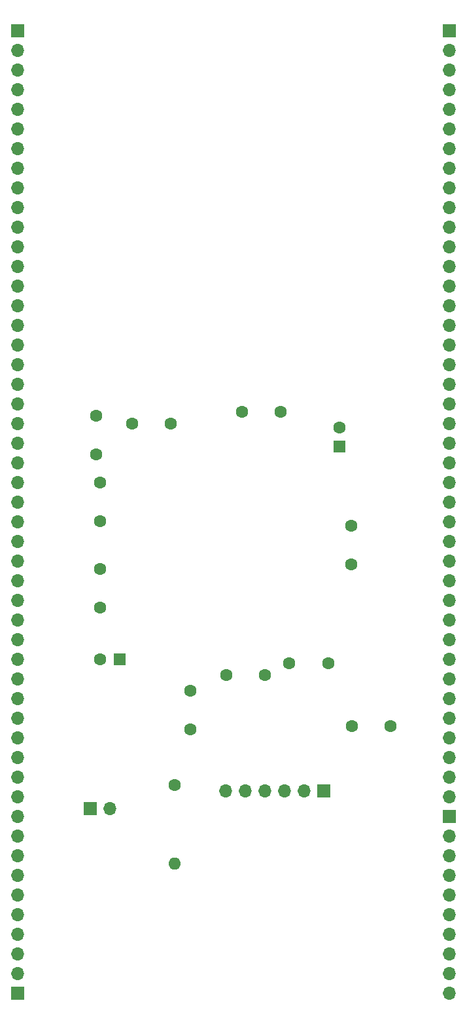
<source format=gbr>
%TF.GenerationSoftware,KiCad,Pcbnew,6.0.11-2627ca5db0~126~ubuntu22.04.1*%
%TF.CreationDate,2023-04-21T14:54:41-05:00*%
%TF.ProjectId,xc2c128_breakout,78633263-3132-4385-9f62-7265616b6f75,rev?*%
%TF.SameCoordinates,Original*%
%TF.FileFunction,Soldermask,Bot*%
%TF.FilePolarity,Negative*%
%FSLAX46Y46*%
G04 Gerber Fmt 4.6, Leading zero omitted, Abs format (unit mm)*
G04 Created by KiCad (PCBNEW 6.0.11-2627ca5db0~126~ubuntu22.04.1) date 2023-04-21 14:54:41*
%MOMM*%
%LPD*%
G01*
G04 APERTURE LIST*
%ADD10C,1.600000*%
%ADD11R,1.700000X1.700000*%
%ADD12O,1.700000X1.700000*%
%ADD13O,1.600000X1.600000*%
%ADD14R,1.600000X1.600000*%
G04 APERTURE END LIST*
D10*
%TO.C,C7*%
X67056000Y-110276000D03*
X67056000Y-115276000D03*
%TD*%
%TO.C,C8*%
X76668000Y-111252000D03*
X71668000Y-111252000D03*
%TD*%
%TO.C,C11*%
X105116000Y-150368000D03*
X100116000Y-150368000D03*
%TD*%
%TO.C,C4*%
X67564000Y-130088000D03*
X67564000Y-135088000D03*
%TD*%
%TO.C,C5*%
X100076000Y-124500000D03*
X100076000Y-129500000D03*
%TD*%
%TO.C,C2*%
X79248000Y-145836000D03*
X79248000Y-150836000D03*
%TD*%
D11*
%TO.C,J3*%
X96520000Y-158750000D03*
D12*
X93980000Y-158750000D03*
X91440000Y-158750000D03*
X88900000Y-158750000D03*
X86360000Y-158750000D03*
X83820000Y-158750000D03*
%TD*%
D10*
%TO.C,R1*%
X77216000Y-157988000D03*
D13*
X77216000Y-168148000D03*
%TD*%
D12*
%TO.C,J6*%
X56896000Y-85852000D03*
X56896000Y-88392000D03*
X56896000Y-90932000D03*
X56896000Y-93472000D03*
X56896000Y-96012000D03*
X56896000Y-98552000D03*
X56896000Y-101092000D03*
X56896000Y-103632000D03*
X56896000Y-106172000D03*
X56896000Y-108712000D03*
X56896000Y-111252000D03*
X56896000Y-113792000D03*
X56896000Y-116332000D03*
X56896000Y-118872000D03*
X56896000Y-121412000D03*
X56896000Y-123952000D03*
X56896000Y-126492000D03*
X56896000Y-129032000D03*
X56896000Y-131572000D03*
X56896000Y-134112000D03*
X56896000Y-136652000D03*
X56896000Y-139192000D03*
X56896000Y-141732000D03*
X56896000Y-144272000D03*
X56896000Y-146812000D03*
X56896000Y-149352000D03*
X56896000Y-151892000D03*
X56896000Y-154432000D03*
X56896000Y-156972000D03*
X56896000Y-159512000D03*
X56896000Y-162052000D03*
X56896000Y-164592000D03*
X56896000Y-167132000D03*
X56896000Y-169672000D03*
X56896000Y-172212000D03*
X56896000Y-174752000D03*
X56896000Y-177292000D03*
X56896000Y-179832000D03*
X56896000Y-182372000D03*
D11*
X56896000Y-184912000D03*
%TD*%
D10*
%TO.C,C6*%
X97068000Y-142240000D03*
X92068000Y-142240000D03*
%TD*%
D11*
%TO.C,J4*%
X66289000Y-161036000D03*
D12*
X68829000Y-161036000D03*
%TD*%
D11*
%TO.C,J2*%
X112776000Y-60457000D03*
D12*
X112776000Y-62997000D03*
X112776000Y-65537000D03*
X112776000Y-68077000D03*
X112776000Y-70617000D03*
X112776000Y-73157000D03*
X112776000Y-75697000D03*
X112776000Y-78237000D03*
X112776000Y-80777000D03*
X112776000Y-83317000D03*
X112776000Y-85857000D03*
X112776000Y-88397000D03*
X112776000Y-90937000D03*
X112776000Y-93477000D03*
X112776000Y-96017000D03*
X112776000Y-98557000D03*
X112776000Y-101097000D03*
X112776000Y-103637000D03*
X112776000Y-106177000D03*
X112776000Y-108717000D03*
X112776000Y-111257000D03*
X112776000Y-113797000D03*
X112776000Y-116337000D03*
X112776000Y-118877000D03*
X112776000Y-121417000D03*
X112776000Y-123957000D03*
X112776000Y-126497000D03*
X112776000Y-129037000D03*
X112776000Y-131577000D03*
X112776000Y-134117000D03*
X112776000Y-136657000D03*
X112776000Y-139197000D03*
X112776000Y-141737000D03*
X112776000Y-144277000D03*
X112776000Y-146817000D03*
X112776000Y-149357000D03*
X112776000Y-151897000D03*
X112776000Y-154437000D03*
X112776000Y-156977000D03*
X112776000Y-159517000D03*
%TD*%
D10*
%TO.C,C9*%
X67564000Y-123912000D03*
X67564000Y-118912000D03*
%TD*%
D14*
%TO.C,C3*%
X70064000Y-141732000D03*
D10*
X67564000Y-141732000D03*
%TD*%
D14*
%TO.C,C12*%
X98552000Y-114260000D03*
D10*
X98552000Y-111760000D03*
%TD*%
D12*
%TO.C,J1*%
X112776000Y-184912000D03*
X112776000Y-182372000D03*
X112776000Y-179832000D03*
X112776000Y-177292000D03*
X112776000Y-174752000D03*
X112776000Y-172212000D03*
X112776000Y-169672000D03*
X112776000Y-167132000D03*
X112776000Y-164592000D03*
D11*
X112776000Y-162052000D03*
%TD*%
D10*
%TO.C,C1*%
X88860000Y-143764000D03*
X83860000Y-143764000D03*
%TD*%
D12*
%TO.C,J5*%
X56896000Y-83317000D03*
X56896000Y-80777000D03*
X56896000Y-78237000D03*
X56896000Y-75697000D03*
X56896000Y-73157000D03*
X56896000Y-70617000D03*
X56896000Y-68077000D03*
X56896000Y-65537000D03*
X56896000Y-62997000D03*
D11*
X56896000Y-60457000D03*
%TD*%
D10*
%TO.C,C10*%
X85892000Y-109728000D03*
X90892000Y-109728000D03*
%TD*%
M02*

</source>
